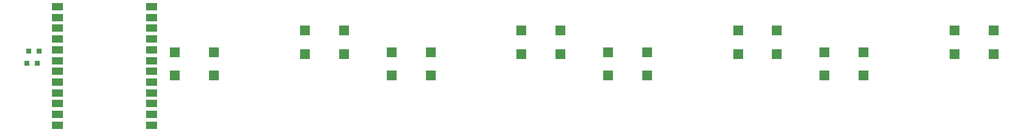
<source format=gtp>
G04*
G04 #@! TF.GenerationSoftware,Altium Limited,Altium Designer,18.1.9 (240)*
G04*
G04 Layer_Color=8421504*
%FSLAX24Y24*%
%MOIN*%
G70*
G01*
G75*
%ADD15R,0.0300X0.0300*%
%ADD16R,0.0630X0.0394*%
%ADD17R,0.0551X0.0551*%
D15*
X1875Y4775D02*
D03*
X2425D02*
D03*
X1775Y4100D02*
D03*
X2325D02*
D03*
D16*
X3432Y1309D02*
D03*
X8550Y7215D02*
D03*
Y6624D02*
D03*
Y6034D02*
D03*
Y5443D02*
D03*
Y4853D02*
D03*
Y4262D02*
D03*
Y3672D02*
D03*
Y3081D02*
D03*
Y2491D02*
D03*
Y1900D02*
D03*
Y1309D02*
D03*
Y719D02*
D03*
X3432Y3081D02*
D03*
Y3672D02*
D03*
Y4262D02*
D03*
Y1900D02*
D03*
Y2491D02*
D03*
Y7215D02*
D03*
Y6624D02*
D03*
Y6034D02*
D03*
Y5443D02*
D03*
Y4853D02*
D03*
Y719D02*
D03*
D17*
X11968Y4724D02*
D03*
Y3445D02*
D03*
X9843Y4724D02*
D03*
Y3445D02*
D03*
X35591Y4724D02*
D03*
Y3445D02*
D03*
X33465Y4724D02*
D03*
Y3445D02*
D03*
X54488Y5906D02*
D03*
Y4626D02*
D03*
X52362Y5906D02*
D03*
Y4626D02*
D03*
X42677Y5906D02*
D03*
Y4626D02*
D03*
X40551Y5906D02*
D03*
Y4626D02*
D03*
X47402Y4724D02*
D03*
Y3445D02*
D03*
X45276Y4724D02*
D03*
Y3445D02*
D03*
X19055Y5906D02*
D03*
Y4626D02*
D03*
X16929Y5906D02*
D03*
Y4626D02*
D03*
X30866Y5906D02*
D03*
Y4626D02*
D03*
X28740Y5906D02*
D03*
Y4626D02*
D03*
X23780Y4724D02*
D03*
Y3445D02*
D03*
X21654Y4724D02*
D03*
Y3445D02*
D03*
M02*

</source>
